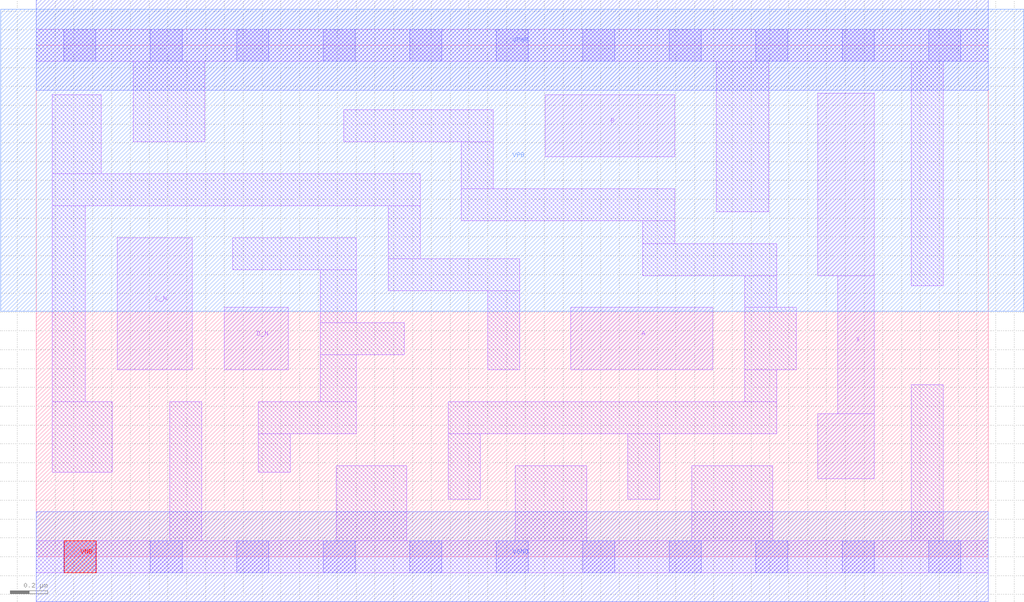
<source format=lef>
# Copyright 2020 The SkyWater PDK Authors
#
# Licensed under the Apache License, Version 2.0 (the "License");
# you may not use this file except in compliance with the License.
# You may obtain a copy of the License at
#
#     https://www.apache.org/licenses/LICENSE-2.0
#
# Unless required by applicable law or agreed to in writing, software
# distributed under the License is distributed on an "AS IS" BASIS,
# WITHOUT WARRANTIES OR CONDITIONS OF ANY KIND, either express or implied.
# See the License for the specific language governing permissions and
# limitations under the License.
#
# SPDX-License-Identifier: Apache-2.0

VERSION 5.7 ;
  NOWIREEXTENSIONATPIN ON ;
  DIVIDERCHAR "/" ;
  BUSBITCHARS "[]" ;
PROPERTYDEFINITIONS
  MACRO maskLayoutSubType STRING ;
  MACRO prCellType STRING ;
  MACRO originalViewName STRING ;
END PROPERTYDEFINITIONS
MACRO sky130_fd_sc_hdll__or4bb_2
  CLASS CORE ;
  FOREIGN sky130_fd_sc_hdll__or4bb_2 ;
  ORIGIN  0.000000  0.000000 ;
  SIZE  5.060000 BY  2.720000 ;
  SYMMETRY X Y R90 ;
  SITE unithd ;
  PIN A
    ANTENNAGATEAREA  0.138600 ;
    DIRECTION INPUT ;
    USE SIGNAL ;
    PORT
      LAYER li1 ;
        RECT 2.840000 0.995000 3.595000 1.325000 ;
    END
  END A
  PIN B
    ANTENNAGATEAREA  0.138600 ;
    DIRECTION INPUT ;
    USE SIGNAL ;
    PORT
      LAYER li1 ;
        RECT 2.705000 2.125000 3.395000 2.455000 ;
    END
  END B
  PIN C_N
    ANTENNAGATEAREA  0.138600 ;
    DIRECTION INPUT ;
    USE SIGNAL ;
    PORT
      LAYER li1 ;
        RECT 0.430000 0.995000 0.830000 1.695000 ;
    END
  END C_N
  PIN D_N
    ANTENNAGATEAREA  0.138600 ;
    DIRECTION INPUT ;
    USE SIGNAL ;
    PORT
      LAYER li1 ;
        RECT 1.000000 0.995000 1.340000 1.325000 ;
    END
  END D_N
  PIN VGND
    ANTENNADIFFAREA  0.812100 ;
    DIRECTION INOUT ;
    USE SIGNAL ;
    PORT
      LAYER met1 ;
        RECT 0.000000 -0.240000 5.060000 0.240000 ;
    END
  END VGND
  PIN VNB
    PORT
      LAYER pwell ;
        RECT 0.150000 -0.085000 0.320000 0.085000 ;
    END
  END VNB
  PIN VPB
    PORT
      LAYER nwell ;
        RECT -0.190000 1.305000 5.250000 2.910000 ;
    END
  END VPB
  PIN VPWR
    ANTENNADIFFAREA  0.859325 ;
    DIRECTION INOUT ;
    USE SIGNAL ;
    PORT
      LAYER met1 ;
        RECT 0.000000 2.480000 5.060000 2.960000 ;
    END
  END VPWR
  PIN X
    ANTENNADIFFAREA  0.498000 ;
    DIRECTION OUTPUT ;
    USE SIGNAL ;
    PORT
      LAYER li1 ;
        RECT 4.155000 0.415000 4.455000 0.760000 ;
        RECT 4.155000 1.495000 4.455000 2.465000 ;
        RECT 4.260000 0.760000 4.455000 1.495000 ;
    END
  END X
  OBS
    LAYER li1 ;
      RECT 0.000000 -0.085000 5.060000 0.085000 ;
      RECT 0.000000  2.635000 5.060000 2.805000 ;
      RECT 0.085000  0.450000 0.405000 0.825000 ;
      RECT 0.085000  0.825000 0.260000 1.865000 ;
      RECT 0.085000  1.865000 2.040000 2.035000 ;
      RECT 0.085000  2.035000 0.345000 2.455000 ;
      RECT 0.515000  2.205000 0.895000 2.635000 ;
      RECT 0.710000  0.085000 0.880000 0.825000 ;
      RECT 1.045000  1.525000 1.700000 1.695000 ;
      RECT 1.180000  0.450000 1.350000 0.655000 ;
      RECT 1.180000  0.655000 1.700000 0.825000 ;
      RECT 1.510000  0.825000 1.700000 1.075000 ;
      RECT 1.510000  1.075000 1.955000 1.245000 ;
      RECT 1.510000  1.245000 1.700000 1.525000 ;
      RECT 1.595000  0.085000 1.970000 0.485000 ;
      RECT 1.635000  2.205000 2.430000 2.375000 ;
      RECT 1.870000  1.415000 2.570000 1.585000 ;
      RECT 1.870000  1.585000 2.040000 1.865000 ;
      RECT 2.190000  0.305000 2.360000 0.655000 ;
      RECT 2.190000  0.655000 3.935000 0.825000 ;
      RECT 2.260000  1.785000 3.395000 1.955000 ;
      RECT 2.260000  1.955000 2.430000 2.205000 ;
      RECT 2.400000  0.995000 2.570000 1.415000 ;
      RECT 2.545000  0.085000 2.925000 0.485000 ;
      RECT 3.145000  0.305000 3.315000 0.655000 ;
      RECT 3.225000  1.495000 3.935000 1.665000 ;
      RECT 3.225000  1.665000 3.395000 1.785000 ;
      RECT 3.485000  0.085000 3.915000 0.485000 ;
      RECT 3.615000  1.835000 3.895000 2.635000 ;
      RECT 3.765000  0.825000 3.935000 0.995000 ;
      RECT 3.765000  0.995000 4.040000 1.325000 ;
      RECT 3.765000  1.325000 3.935000 1.495000 ;
      RECT 4.650000  0.085000 4.820000 0.915000 ;
      RECT 4.650000  1.440000 4.820000 2.635000 ;
    LAYER mcon ;
      RECT 0.145000 -0.085000 0.315000 0.085000 ;
      RECT 0.145000  2.635000 0.315000 2.805000 ;
      RECT 0.605000 -0.085000 0.775000 0.085000 ;
      RECT 0.605000  2.635000 0.775000 2.805000 ;
      RECT 1.065000 -0.085000 1.235000 0.085000 ;
      RECT 1.065000  2.635000 1.235000 2.805000 ;
      RECT 1.525000 -0.085000 1.695000 0.085000 ;
      RECT 1.525000  2.635000 1.695000 2.805000 ;
      RECT 1.985000 -0.085000 2.155000 0.085000 ;
      RECT 1.985000  2.635000 2.155000 2.805000 ;
      RECT 2.445000 -0.085000 2.615000 0.085000 ;
      RECT 2.445000  2.635000 2.615000 2.805000 ;
      RECT 2.905000 -0.085000 3.075000 0.085000 ;
      RECT 2.905000  2.635000 3.075000 2.805000 ;
      RECT 3.365000 -0.085000 3.535000 0.085000 ;
      RECT 3.365000  2.635000 3.535000 2.805000 ;
      RECT 3.825000 -0.085000 3.995000 0.085000 ;
      RECT 3.825000  2.635000 3.995000 2.805000 ;
      RECT 4.285000 -0.085000 4.455000 0.085000 ;
      RECT 4.285000  2.635000 4.455000 2.805000 ;
      RECT 4.745000 -0.085000 4.915000 0.085000 ;
      RECT 4.745000  2.635000 4.915000 2.805000 ;
  END
  PROPERTY maskLayoutSubType "abstract" ;
  PROPERTY prCellType "standard" ;
  PROPERTY originalViewName "layout" ;
END sky130_fd_sc_hdll__or4bb_2
END LIBRARY

</source>
